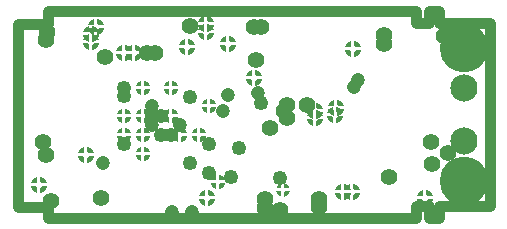
<source format=gbr>
%FSLAX25Y25*%
%MOIN*%
G04 EasyPC Gerber Version 18.0.8 Build 3632 *
%ADD120C,0.03650*%
%ADD119C,0.04750*%
%ADD118C,0.04921*%
%ADD117C,0.05550*%
%ADD113C,0.09068*%
%ADD112C,0.16205*%
%AMT116*0 Thermal pad*7,0,0,0.04750,0.01600,0.01000,0*%
%ADD116T116*%
%AMT114*0 Thermal pad*7,0,0,0.04921,0.01772,0.01000,0*%
%ADD114T114*%
%AMT115*0 Thermal pad*7,0,0,0.05550,0.02400,0.01000,0*%
%ADD115T115*%
X0Y0D02*
D02*
D112*
X175761Y26805D03*
Y70899D03*
D02*
D113*
Y39946D03*
Y57757D03*
D02*
D114*
X62376Y42061D03*
Y48360D03*
X68675Y35761D03*
Y42061D03*
Y48360D03*
Y57809D03*
X78124Y48360D03*
Y57809D03*
X81273Y42061D03*
X87572D03*
X90722Y51509D03*
X93872Y26313D03*
D02*
D115*
X34226Y25328D03*
X49777Y35368D03*
X51574Y73023D03*
Y75582D03*
X53124Y78084D03*
X62598Y69423D03*
X65748D03*
X83635Y71194D03*
X89960Y76370D03*
Y79126D03*
X90131Y20998D03*
X97218Y72376D03*
X105880Y60958D03*
X126155Y47572D03*
Y49935D03*
X132848Y48557D03*
X133045Y51116D03*
X135433Y23023D03*
X138582D03*
X138950Y70604D03*
X162795Y21055D03*
D02*
D116*
X115328Y23557D03*
D02*
D117*
X35407Y39502D03*
X36574Y73574D03*
X36588Y35171D03*
X36653Y76488D03*
X37992Y20070D03*
X54895Y20998D03*
X56273Y68045D03*
X70078Y69423D03*
X72834D03*
X84620Y78281D03*
X105708Y77887D03*
X106470Y67061D03*
X108267Y77887D03*
X109448Y17708D03*
Y20661D03*
X111194Y44423D03*
X114541Y17061D03*
X115722Y49935D03*
X116706Y52100D03*
X116903Y47572D03*
X123596Y52100D03*
X127362Y17905D03*
Y20661D03*
X149212Y72433D03*
Y75189D03*
X150787Y27944D03*
X164935Y39502D03*
X165131Y32317D03*
X169069Y75033D03*
X170446Y36155D03*
D02*
D118*
X62376Y38911D03*
Y57809D03*
X62572Y54856D03*
X71824Y48360D03*
X74974Y42061D03*
Y48360D03*
X78124Y42061D03*
X84423Y32612D03*
Y54659D03*
X90722Y29462D03*
Y38911D03*
X98202Y27887D03*
X100958Y37730D03*
X108045Y52494D03*
X114344Y27494D03*
D02*
D119*
X55486Y32612D03*
X71824Y45210D03*
Y51509D03*
X78517Y16470D03*
X81273Y45210D03*
X85210Y16273D03*
X95446Y50131D03*
X97218Y55250D03*
X107257Y56037D03*
X139147Y58006D03*
X140328Y60171D03*
D02*
D120*
X167322Y14305D02*
X164173D01*
Y18259*
X159803*
Y14305*
X37126*
Y17866*
X27003*
Y79126*
X37047*
Y83399*
X159763*
Y79401*
X164094*
Y83399*
X167322*
Y79165*
X184423*
Y18417*
X167322*
Y14305*
X0Y0D02*
M02*

</source>
